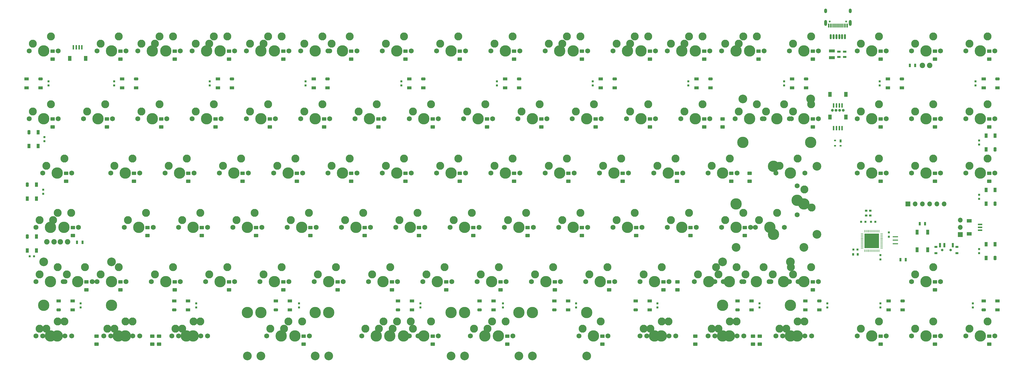
<source format=gbr>
%TF.GenerationSoftware,KiCad,Pcbnew,(6.0.6)*%
%TF.CreationDate,2022-09-06T18:10:04+07:00*%
%TF.ProjectId,solderCurved,736f6c64-6572-4437-9572-7665642e6b69,rev?*%
%TF.SameCoordinates,Original*%
%TF.FileFunction,Soldermask,Bot*%
%TF.FilePolarity,Negative*%
%FSLAX46Y46*%
G04 Gerber Fmt 4.6, Leading zero omitted, Abs format (unit mm)*
G04 Created by KiCad (PCBNEW (6.0.6)) date 2022-09-06 18:10:04*
%MOMM*%
%LPD*%
G01*
G04 APERTURE LIST*
G04 Aperture macros list*
%AMRoundRect*
0 Rectangle with rounded corners*
0 $1 Rounding radius*
0 $2 $3 $4 $5 $6 $7 $8 $9 X,Y pos of 4 corners*
0 Add a 4 corners polygon primitive as box body*
4,1,4,$2,$3,$4,$5,$6,$7,$8,$9,$2,$3,0*
0 Add four circle primitives for the rounded corners*
1,1,$1+$1,$2,$3*
1,1,$1+$1,$4,$5*
1,1,$1+$1,$6,$7*
1,1,$1+$1,$8,$9*
0 Add four rect primitives between the rounded corners*
20,1,$1+$1,$2,$3,$4,$5,0*
20,1,$1+$1,$4,$5,$6,$7,0*
20,1,$1+$1,$6,$7,$8,$9,0*
20,1,$1+$1,$8,$9,$2,$3,0*%
G04 Aperture macros list end*
%ADD10C,1.750000*%
%ADD11C,2.800000*%
%ADD12C,3.987800*%
%ADD13C,3.048000*%
%ADD14C,1.905000*%
%ADD15C,1.000000*%
%ADD16O,1.000000X1.000000*%
%ADD17O,0.700000X1.800000*%
%ADD18C,0.500000*%
%ADD19R,1.700000X1.700000*%
%ADD20O,1.700000X1.700000*%
%ADD21C,0.650000*%
%ADD22O,1.000000X2.100000*%
%ADD23O,1.000000X1.600000*%
%ADD24R,0.700000X1.300000*%
%ADD25R,0.950000X0.800000*%
%ADD26RoundRect,0.240000X0.560000X-0.360000X0.560000X0.360000X-0.560000X0.360000X-0.560000X-0.360000X0*%
%ADD27R,0.700000X1.000000*%
%ADD28R,0.700000X0.600000*%
%ADD29R,1.200000X1.800000*%
%ADD30R,0.600000X1.550000*%
%ADD31R,2.030000X1.140000*%
%ADD32R,1.500000X1.000000*%
%ADD33RoundRect,0.250000X-0.500000X-0.250000X0.500000X-0.250000X0.500000X0.250000X-0.500000X0.250000X0*%
%ADD34RoundRect,0.250000X0.500000X0.250000X-0.500000X0.250000X-0.500000X-0.250000X0.500000X-0.250000X0*%
%ADD35R,1.000000X1.500000*%
%ADD36RoundRect,0.250000X-0.250000X0.500000X-0.250000X-0.500000X0.250000X-0.500000X0.250000X0.500000X0*%
%ADD37RoundRect,0.250000X0.250000X-0.500000X0.250000X0.500000X-0.250000X0.500000X-0.250000X-0.500000X0*%
%ADD38R,0.800000X0.750000*%
%ADD39R,0.750000X0.800000*%
%ADD40R,0.800000X0.950000*%
%ADD41R,1.100000X1.800000*%
%ADD42RoundRect,0.062500X-0.062500X0.375000X-0.062500X-0.375000X0.062500X-0.375000X0.062500X0.375000X0*%
%ADD43RoundRect,0.062500X-0.375000X0.062500X-0.375000X-0.062500X0.375000X-0.062500X0.375000X0.062500X0*%
%ADD44R,5.150000X5.150000*%
%ADD45R,1.900000X0.400000*%
%ADD46R,1.800000X1.200000*%
%ADD47R,1.550000X0.600000*%
%ADD48R,0.600000X1.450000*%
%ADD49R,0.300000X1.450000*%
%ADD50R,1.300000X0.700000*%
%ADD51C,0.900000*%
%ADD52R,1.000000X0.800000*%
%ADD53R,0.700000X1.500000*%
G04 APERTURE END LIST*
D10*
%TO.C,MX1*%
X28892500Y-23812500D03*
D11*
X26352500Y-18732500D03*
D10*
X18732500Y-23812500D03*
D11*
X20002500Y-21272500D03*
D12*
X23812500Y-23812500D03*
%TD*%
D10*
%TO.C,MX9*%
X42545000Y-23812500D03*
D12*
X47625000Y-23812500D03*
D11*
X43815000Y-21272500D03*
D10*
X52705000Y-23812500D03*
D11*
X50165000Y-18732500D03*
%TD*%
%TO.C,MX15*%
X62865000Y-21272500D03*
D12*
X66675000Y-23812500D03*
D10*
X61595000Y-23812500D03*
X71755000Y-23812500D03*
D11*
X69215000Y-18732500D03*
%TD*%
D12*
%TO.C,MX21*%
X85725000Y-23812500D03*
D11*
X88265000Y-18732500D03*
D10*
X80645000Y-23812500D03*
D11*
X81915000Y-21272500D03*
D10*
X90805000Y-23812500D03*
%TD*%
%TO.C,MX26*%
X99695000Y-23812500D03*
X109855000Y-23812500D03*
D11*
X100965000Y-21272500D03*
D12*
X104775000Y-23812500D03*
D11*
X107315000Y-18732500D03*
%TD*%
%TO.C,MX31*%
X124777500Y-21272500D03*
D12*
X128587500Y-23812500D03*
D10*
X133667500Y-23812500D03*
D11*
X131127500Y-18732500D03*
D10*
X123507500Y-23812500D03*
%TD*%
%TO.C,MX36*%
X152717500Y-23812500D03*
D11*
X150177500Y-18732500D03*
D10*
X142557500Y-23812500D03*
D11*
X143827500Y-21272500D03*
D12*
X147637500Y-23812500D03*
%TD*%
D10*
%TO.C,MX41*%
X161607500Y-23812500D03*
D12*
X166687500Y-23812500D03*
D11*
X162877500Y-21272500D03*
X169227500Y-18732500D03*
D10*
X171767500Y-23812500D03*
%TD*%
D11*
%TO.C,MX47*%
X188277500Y-18732500D03*
X181927500Y-21272500D03*
D10*
X190817500Y-23812500D03*
D12*
X185737500Y-23812500D03*
D10*
X180657500Y-23812500D03*
%TD*%
D11*
%TO.C,MX52*%
X205740000Y-21272500D03*
D10*
X204470000Y-23812500D03*
D11*
X212090000Y-18732500D03*
D10*
X214630000Y-23812500D03*
D12*
X209550000Y-23812500D03*
%TD*%
D11*
%TO.C,MX57*%
X231140000Y-18732500D03*
X224790000Y-21272500D03*
D10*
X223520000Y-23812500D03*
X233680000Y-23812500D03*
D12*
X228600000Y-23812500D03*
%TD*%
D11*
%TO.C,MX62*%
X250190000Y-18732500D03*
D12*
X247650000Y-23812500D03*
D11*
X243840000Y-21272500D03*
D10*
X252730000Y-23812500D03*
X242570000Y-23812500D03*
%TD*%
D11*
%TO.C,MX67*%
X262890000Y-21272500D03*
X269240000Y-18732500D03*
D10*
X261620000Y-23812500D03*
X271780000Y-23812500D03*
D12*
X266700000Y-23812500D03*
%TD*%
D11*
%TO.C,MX73*%
X293052500Y-18732500D03*
D12*
X290512500Y-23812500D03*
D11*
X286702500Y-21272500D03*
D10*
X285432500Y-23812500D03*
X295592500Y-23812500D03*
%TD*%
%TO.C,MX84*%
X309245000Y-23812500D03*
D11*
X316865000Y-18732500D03*
D10*
X319405000Y-23812500D03*
D12*
X314325000Y-23812500D03*
D11*
X310515000Y-21272500D03*
%TD*%
D10*
%TO.C,MX88*%
X328295000Y-23812500D03*
D11*
X329565000Y-21272500D03*
D12*
X333375000Y-23812500D03*
D10*
X338455000Y-23812500D03*
D11*
X335915000Y-18732500D03*
%TD*%
%TO.C,MX93*%
X348615000Y-21272500D03*
D12*
X352425000Y-23812500D03*
D10*
X357505000Y-23812500D03*
X347345000Y-23812500D03*
D11*
X354965000Y-18732500D03*
%TD*%
D10*
%TO.C,MX2*%
X18732500Y-47625000D03*
D12*
X23812500Y-47625000D03*
D10*
X28892500Y-47625000D03*
D11*
X26352500Y-42545000D03*
X20002500Y-45085000D03*
%TD*%
D10*
%TO.C,MX10*%
X37782500Y-47625000D03*
X47942500Y-47625000D03*
D12*
X42862500Y-47625000D03*
D11*
X45402500Y-42545000D03*
X39052500Y-45085000D03*
%TD*%
D12*
%TO.C,MX16*%
X61912500Y-47625000D03*
D11*
X58102500Y-45085000D03*
D10*
X56832500Y-47625000D03*
X66992500Y-47625000D03*
D11*
X64452500Y-42545000D03*
%TD*%
%TO.C,MX22*%
X77152500Y-45085000D03*
X83502500Y-42545000D03*
D10*
X86042500Y-47625000D03*
X75882500Y-47625000D03*
D12*
X80962500Y-47625000D03*
%TD*%
%TO.C,MX27*%
X100012500Y-47625000D03*
D11*
X96202500Y-45085000D03*
D10*
X105092500Y-47625000D03*
D11*
X102552500Y-42545000D03*
D10*
X94932500Y-47625000D03*
%TD*%
%TO.C,MX32*%
X113982500Y-47625000D03*
X124142500Y-47625000D03*
D12*
X119062500Y-47625000D03*
D11*
X115252500Y-45085000D03*
X121602500Y-42545000D03*
%TD*%
D10*
%TO.C,MX37*%
X143192500Y-47625000D03*
D12*
X138112500Y-47625000D03*
D11*
X134302500Y-45085000D03*
X140652500Y-42545000D03*
D10*
X133032500Y-47625000D03*
%TD*%
%TO.C,MX42*%
X162242500Y-47625000D03*
X152082500Y-47625000D03*
D12*
X157162500Y-47625000D03*
D11*
X153352500Y-45085000D03*
X159702500Y-42545000D03*
%TD*%
%TO.C,MX48*%
X178752500Y-42545000D03*
D10*
X181292500Y-47625000D03*
X171132500Y-47625000D03*
D12*
X176212500Y-47625000D03*
D11*
X172402500Y-45085000D03*
%TD*%
D10*
%TO.C,MX53*%
X200342500Y-47625000D03*
D11*
X191452500Y-45085000D03*
D12*
X195262500Y-47625000D03*
D10*
X190182500Y-47625000D03*
D11*
X197802500Y-42545000D03*
%TD*%
%TO.C,MX58*%
X216852500Y-42545000D03*
D10*
X219392500Y-47625000D03*
D12*
X214312500Y-47625000D03*
D10*
X209232500Y-47625000D03*
D11*
X210502500Y-45085000D03*
%TD*%
D12*
%TO.C,MX63*%
X233362500Y-47625000D03*
D11*
X235902500Y-42545000D03*
D10*
X238442500Y-47625000D03*
X228282500Y-47625000D03*
D11*
X229552500Y-45085000D03*
%TD*%
D10*
%TO.C,MX68*%
X247332500Y-47625000D03*
D11*
X254952500Y-42545000D03*
D10*
X257492500Y-47625000D03*
D11*
X248602500Y-45085000D03*
D12*
X252412500Y-47625000D03*
%TD*%
D10*
%TO.C,MX74*%
X276542500Y-47625000D03*
D11*
X267652500Y-45085000D03*
D10*
X266382500Y-47625000D03*
D11*
X274002500Y-42545000D03*
D12*
X271462500Y-47625000D03*
%TD*%
%TO.C,MX82*%
X290512500Y-47625000D03*
D11*
X293052500Y-42545000D03*
D10*
X285432500Y-47625000D03*
D11*
X286702500Y-45085000D03*
D10*
X295592500Y-47625000D03*
%TD*%
D12*
%TO.C,MX85*%
X314325000Y-47625000D03*
D11*
X316865000Y-42545000D03*
D10*
X309245000Y-47625000D03*
X319405000Y-47625000D03*
D11*
X310515000Y-45085000D03*
%TD*%
%TO.C,MX89*%
X335915000Y-42545000D03*
X329565000Y-45085000D03*
D10*
X328295000Y-47625000D03*
D12*
X333375000Y-47625000D03*
D10*
X338455000Y-47625000D03*
%TD*%
D12*
%TO.C,MX94*%
X352425000Y-47625000D03*
D11*
X348615000Y-45085000D03*
D10*
X357505000Y-47625000D03*
D11*
X354965000Y-42545000D03*
D10*
X347345000Y-47625000D03*
%TD*%
%TO.C,MX3*%
X33655000Y-66675000D03*
D11*
X24765000Y-64135000D03*
D12*
X28575000Y-66675000D03*
D10*
X23495000Y-66675000D03*
D11*
X31115000Y-61595000D03*
%TD*%
%TO.C,MX11*%
X48577500Y-64135000D03*
D10*
X57467500Y-66675000D03*
D11*
X54927500Y-61595000D03*
D10*
X47307500Y-66675000D03*
D12*
X52387500Y-66675000D03*
%TD*%
%TO.C,MX17*%
X71437500Y-66675000D03*
D10*
X76517500Y-66675000D03*
D11*
X67627500Y-64135000D03*
D10*
X66357500Y-66675000D03*
D11*
X73977500Y-61595000D03*
%TD*%
D12*
%TO.C,MX23*%
X90487500Y-66675000D03*
D11*
X86677500Y-64135000D03*
D10*
X85407500Y-66675000D03*
X95567500Y-66675000D03*
D11*
X93027500Y-61595000D03*
%TD*%
%TO.C,MX28*%
X112077500Y-61595000D03*
X105727500Y-64135000D03*
D10*
X114617500Y-66675000D03*
D12*
X109537500Y-66675000D03*
D10*
X104457500Y-66675000D03*
%TD*%
%TO.C,MX33*%
X123507500Y-66675000D03*
D11*
X124777500Y-64135000D03*
D12*
X128587500Y-66675000D03*
D11*
X131127500Y-61595000D03*
D10*
X133667500Y-66675000D03*
%TD*%
D12*
%TO.C,MX38*%
X147637500Y-66675000D03*
D11*
X143827500Y-64135000D03*
D10*
X152717500Y-66675000D03*
X142557500Y-66675000D03*
D11*
X150177500Y-61595000D03*
%TD*%
D12*
%TO.C,MX43*%
X166687500Y-66675000D03*
D11*
X169227500Y-61595000D03*
X162877500Y-64135000D03*
D10*
X161607500Y-66675000D03*
X171767500Y-66675000D03*
%TD*%
D11*
%TO.C,MX49*%
X188277500Y-61595000D03*
D10*
X180657500Y-66675000D03*
D12*
X185737500Y-66675000D03*
D10*
X190817500Y-66675000D03*
D11*
X181927500Y-64135000D03*
%TD*%
%TO.C,MX54*%
X200977500Y-64135000D03*
D10*
X199707500Y-66675000D03*
X209867500Y-66675000D03*
D12*
X204787500Y-66675000D03*
D11*
X207327500Y-61595000D03*
%TD*%
%TO.C,MX59*%
X220027500Y-64135000D03*
D12*
X223837500Y-66675000D03*
D10*
X218757500Y-66675000D03*
D11*
X226377500Y-61595000D03*
D10*
X228917500Y-66675000D03*
%TD*%
%TO.C,MX64*%
X237807500Y-66675000D03*
X247967500Y-66675000D03*
D11*
X245427500Y-61595000D03*
D12*
X242887500Y-66675000D03*
D11*
X239077500Y-64135000D03*
%TD*%
%TO.C,MX69*%
X264477500Y-61595000D03*
D10*
X256857500Y-66675000D03*
D11*
X258127500Y-64135000D03*
D12*
X261937500Y-66675000D03*
D10*
X267017500Y-66675000D03*
%TD*%
D11*
%TO.C,MX8*%
X33496250Y-80645000D03*
D10*
X25876250Y-85725000D03*
D11*
X27146250Y-83185000D03*
D10*
X36036250Y-85725000D03*
D12*
X30956250Y-85725000D03*
%TD*%
D10*
%TO.C,MX12*%
X52070000Y-85725000D03*
D12*
X57150000Y-85725000D03*
D10*
X62230000Y-85725000D03*
D11*
X53340000Y-83185000D03*
X59690000Y-80645000D03*
%TD*%
D10*
%TO.C,MX18*%
X71120000Y-85725000D03*
D12*
X76200000Y-85725000D03*
D11*
X78740000Y-80645000D03*
X72390000Y-83185000D03*
D10*
X81280000Y-85725000D03*
%TD*%
D11*
%TO.C,MX24*%
X91440000Y-83185000D03*
D10*
X100330000Y-85725000D03*
D12*
X95250000Y-85725000D03*
D10*
X90170000Y-85725000D03*
D11*
X97790000Y-80645000D03*
%TD*%
D10*
%TO.C,MX29*%
X109220000Y-85725000D03*
X119380000Y-85725000D03*
D11*
X110490000Y-83185000D03*
D12*
X114300000Y-85725000D03*
D11*
X116840000Y-80645000D03*
%TD*%
D12*
%TO.C,MX34*%
X133350000Y-85725000D03*
D11*
X135890000Y-80645000D03*
D10*
X128270000Y-85725000D03*
D11*
X129540000Y-83185000D03*
D10*
X138430000Y-85725000D03*
%TD*%
D11*
%TO.C,MX39*%
X148590000Y-83185000D03*
D10*
X157480000Y-85725000D03*
X147320000Y-85725000D03*
D11*
X154940000Y-80645000D03*
D12*
X152400000Y-85725000D03*
%TD*%
D10*
%TO.C,MX44*%
X176530000Y-85725000D03*
X166370000Y-85725000D03*
D12*
X171450000Y-85725000D03*
D11*
X167640000Y-83185000D03*
X173990000Y-80645000D03*
%TD*%
D10*
%TO.C,MX50*%
X195580000Y-85725000D03*
D11*
X186690000Y-83185000D03*
D12*
X190500000Y-85725000D03*
D11*
X193040000Y-80645000D03*
D10*
X185420000Y-85725000D03*
%TD*%
D11*
%TO.C,MX55*%
X205740000Y-83185000D03*
D10*
X214630000Y-85725000D03*
D12*
X209550000Y-85725000D03*
D10*
X204470000Y-85725000D03*
D11*
X212090000Y-80645000D03*
%TD*%
%TO.C,MX60*%
X224790000Y-83185000D03*
D10*
X223520000Y-85725000D03*
X233680000Y-85725000D03*
D11*
X231140000Y-80645000D03*
D12*
X228600000Y-85725000D03*
%TD*%
D10*
%TO.C,MX65*%
X252730000Y-85725000D03*
D11*
X250190000Y-80645000D03*
X243840000Y-83185000D03*
D12*
X247650000Y-85725000D03*
D10*
X242570000Y-85725000D03*
%TD*%
D11*
%TO.C,MX5*%
X22383750Y-102235000D03*
D10*
X21113750Y-104775000D03*
D11*
X28733750Y-99695000D03*
D12*
X26193750Y-104775000D03*
D10*
X31273750Y-104775000D03*
%TD*%
D11*
%TO.C,MX13*%
X43815000Y-102235000D03*
D10*
X42545000Y-104775000D03*
D12*
X47625000Y-104775000D03*
D11*
X50165000Y-99695000D03*
D10*
X52705000Y-104775000D03*
%TD*%
D11*
%TO.C,MX19*%
X69215000Y-99695000D03*
D12*
X66675000Y-104775000D03*
D10*
X61595000Y-104775000D03*
D11*
X62865000Y-102235000D03*
D10*
X71755000Y-104775000D03*
%TD*%
D12*
%TO.C,MX25*%
X85725000Y-104775000D03*
D10*
X90805000Y-104775000D03*
D11*
X81915000Y-102235000D03*
X88265000Y-99695000D03*
D10*
X80645000Y-104775000D03*
%TD*%
D12*
%TO.C,MX30*%
X104775000Y-104775000D03*
D11*
X107315000Y-99695000D03*
D10*
X109855000Y-104775000D03*
D11*
X100965000Y-102235000D03*
D10*
X99695000Y-104775000D03*
%TD*%
D11*
%TO.C,MX35*%
X120015000Y-102235000D03*
D10*
X118745000Y-104775000D03*
D11*
X126365000Y-99695000D03*
D12*
X123825000Y-104775000D03*
D10*
X128905000Y-104775000D03*
%TD*%
D12*
%TO.C,MX40*%
X142875000Y-104775000D03*
D11*
X139065000Y-102235000D03*
X145415000Y-99695000D03*
D10*
X147955000Y-104775000D03*
X137795000Y-104775000D03*
%TD*%
D11*
%TO.C,MX45*%
X164465000Y-99695000D03*
D12*
X161925000Y-104775000D03*
D10*
X156845000Y-104775000D03*
X167005000Y-104775000D03*
D11*
X158115000Y-102235000D03*
%TD*%
D10*
%TO.C,MX51*%
X175895000Y-104775000D03*
D11*
X183515000Y-99695000D03*
X177165000Y-102235000D03*
D12*
X180975000Y-104775000D03*
D10*
X186055000Y-104775000D03*
%TD*%
%TO.C,MX56*%
X205105000Y-104775000D03*
D11*
X196215000Y-102235000D03*
D10*
X194945000Y-104775000D03*
D12*
X200025000Y-104775000D03*
D11*
X202565000Y-99695000D03*
%TD*%
%TO.C,MX61*%
X221615000Y-99695000D03*
X215265000Y-102235000D03*
D12*
X219075000Y-104775000D03*
D10*
X224155000Y-104775000D03*
X213995000Y-104775000D03*
%TD*%
%TO.C,MX66*%
X243205000Y-104775000D03*
D11*
X234315000Y-102235000D03*
X240665000Y-99695000D03*
D12*
X238125000Y-104775000D03*
D10*
X233045000Y-104775000D03*
%TD*%
D11*
%TO.C,MX70*%
X260508750Y-102235000D03*
D10*
X269398750Y-104775000D03*
D12*
X264318750Y-104775000D03*
D11*
X266858750Y-99695000D03*
D10*
X259238750Y-104775000D03*
%TD*%
%TO.C,MX78*%
X295592500Y-104775000D03*
D12*
X290512500Y-104775000D03*
D11*
X286702500Y-102235000D03*
X293052500Y-99695000D03*
D10*
X285432500Y-104775000D03*
%TD*%
%TO.C,MX91*%
X328295000Y-104775000D03*
D11*
X329565000Y-102235000D03*
D12*
X333375000Y-104775000D03*
D11*
X335915000Y-99695000D03*
D10*
X338455000Y-104775000D03*
%TD*%
D11*
%TO.C,MX7*%
X31115000Y-118745000D03*
D10*
X23495000Y-123825000D03*
D11*
X24765000Y-121285000D03*
D10*
X33655000Y-123825000D03*
D12*
X28575000Y-123825000D03*
%TD*%
D10*
%TO.C,MX14*%
X47307500Y-123825000D03*
X57467500Y-123825000D03*
D11*
X54927500Y-118745000D03*
D12*
X52387500Y-123825000D03*
D11*
X48577500Y-121285000D03*
%TD*%
D13*
%TO.C,MX46*%
X100012500Y-130810000D03*
D10*
X152082500Y-123825000D03*
D12*
X157162500Y-123825000D03*
D10*
X162242500Y-123825000D03*
D13*
X214312500Y-130810000D03*
D12*
X100012500Y-115570000D03*
D11*
X159702500Y-118745000D03*
D12*
X214312500Y-115570000D03*
D11*
X153352500Y-121285000D03*
%TD*%
D10*
%TO.C,MX87*%
X319405000Y-123825000D03*
D12*
X314325000Y-123825000D03*
D11*
X310515000Y-121285000D03*
X316865000Y-118745000D03*
D10*
X309245000Y-123825000D03*
%TD*%
%TO.C,MX92*%
X328295000Y-123825000D03*
X338455000Y-123825000D03*
D11*
X329565000Y-121285000D03*
X335915000Y-118745000D03*
D12*
X333375000Y-123825000D03*
%TD*%
D11*
%TO.C,MX96*%
X354965000Y-118745000D03*
D10*
X357505000Y-123825000D03*
X347345000Y-123825000D03*
D11*
X348615000Y-121285000D03*
D12*
X352425000Y-123825000D03*
%TD*%
D10*
%TO.C,MX20*%
X71120000Y-123825000D03*
D11*
X72390000Y-121285000D03*
X78740000Y-118745000D03*
D10*
X81280000Y-123825000D03*
D12*
X76200000Y-123825000D03*
%TD*%
D10*
%TO.C,MX72*%
X243205000Y-123825000D03*
X233045000Y-123825000D03*
D11*
X240665000Y-118745000D03*
X234315000Y-121285000D03*
D12*
X238125000Y-123825000D03*
%TD*%
%TO.C,MX79*%
X261937500Y-123825000D03*
D11*
X258127500Y-121285000D03*
D10*
X256857500Y-123825000D03*
D11*
X264477500Y-118745000D03*
D10*
X267017500Y-123825000D03*
%TD*%
%TO.C,MX83*%
X290830000Y-123825000D03*
X280670000Y-123825000D03*
D11*
X288290000Y-118745000D03*
X281940000Y-121285000D03*
D12*
X285750000Y-123825000D03*
%TD*%
D10*
%TO.C,MX77*%
X283686250Y-85725000D03*
D13*
X290512500Y-92710000D03*
D11*
X281146250Y-80645000D03*
D13*
X266700000Y-92710000D03*
D12*
X290512500Y-77470000D03*
D10*
X273526250Y-85725000D03*
D11*
X274796250Y-83185000D03*
D12*
X266700000Y-77470000D03*
X278606250Y-85725000D03*
%TD*%
%TO.C,MX86*%
X314325000Y-66675000D03*
D10*
X319405000Y-66675000D03*
D11*
X310515000Y-64135000D03*
D10*
X309245000Y-66675000D03*
D11*
X316865000Y-61595000D03*
%TD*%
%TO.C,MX90*%
X335915000Y-61595000D03*
D10*
X328295000Y-66675000D03*
D11*
X329565000Y-64135000D03*
D12*
X333375000Y-66675000D03*
D10*
X338455000Y-66675000D03*
%TD*%
%TO.C,MX95*%
X347345000Y-66675000D03*
X357505000Y-66675000D03*
D11*
X348615000Y-64135000D03*
D12*
X352425000Y-66675000D03*
D11*
X354965000Y-61595000D03*
%TD*%
D14*
%TO.C,LED2*%
X27463772Y-90805072D03*
X24923772Y-90805072D03*
%TD*%
%TO.C,LED3*%
X29686250Y-90805000D03*
X32226250Y-90805000D03*
%TD*%
D10*
%TO.C,MX80*%
X280670000Y-66675000D03*
D12*
X285750000Y-66675000D03*
D11*
X288290000Y-61595000D03*
D10*
X290830000Y-66675000D03*
D11*
X281940000Y-64135000D03*
%TD*%
D13*
%TO.C,MX75*%
X269081250Y-40640000D03*
D10*
X286067500Y-47625000D03*
D12*
X292893750Y-55880000D03*
D11*
X283527500Y-42545000D03*
D10*
X275907500Y-47625000D03*
D12*
X280987500Y-47625000D03*
D11*
X277177500Y-45085000D03*
D12*
X269081250Y-55880000D03*
D13*
X292893750Y-40640000D03*
%TD*%
D12*
%TO.C,MX71*%
X261937500Y-113030000D03*
D11*
X276383750Y-99695000D03*
X270033750Y-102235000D03*
D10*
X268763750Y-104775000D03*
D13*
X261937500Y-97790000D03*
D12*
X285750000Y-113030000D03*
X273843750Y-104775000D03*
D13*
X285750000Y-97790000D03*
D10*
X278923750Y-104775000D03*
%TD*%
%TO.C,MX6*%
X40798750Y-104775000D03*
D11*
X38258750Y-99695000D03*
D10*
X30638750Y-104775000D03*
D11*
X31908750Y-102235000D03*
D13*
X47625000Y-97790000D03*
D12*
X47625000Y-113030000D03*
X23812500Y-113030000D03*
D13*
X23812500Y-97790000D03*
D12*
X35718750Y-104775000D03*
%TD*%
%TO.C,MX4*%
X26193772Y-85725072D03*
D10*
X31273772Y-85725072D03*
X21113772Y-85725072D03*
D11*
X22383772Y-83185072D03*
X28733772Y-80645072D03*
%TD*%
D13*
%TO.C,MX81*%
X295116492Y-88138064D03*
D11*
X290671492Y-72390064D03*
X293211492Y-78740064D03*
D12*
X288131492Y-76200064D03*
X279876492Y-88138064D03*
D13*
X295116492Y-64262064D03*
D10*
X288131492Y-81280064D03*
X288131492Y-71120064D03*
D12*
X279876492Y-64262064D03*
%TD*%
%TO.C,MX76*%
X266700224Y-85725072D03*
D11*
X269240224Y-80645072D03*
D10*
X261620224Y-85725072D03*
D11*
X262890224Y-83185072D03*
D10*
X271780224Y-85725072D03*
%TD*%
D14*
%TO.C,LED1*%
X332105000Y-28892500D03*
X334645000Y-28892500D03*
%TD*%
D15*
%TO.C,J5*%
X300514218Y-44662510D03*
D16*
X301784218Y-44662510D03*
X303054218Y-44662510D03*
X304324218Y-44662510D03*
%TD*%
D10*
%TO.C,MX105*%
X228282500Y-23812500D03*
D11*
X235902500Y-18732500D03*
D10*
X238442500Y-23812500D03*
D12*
X233362500Y-23812500D03*
D11*
X229552500Y-21272500D03*
%TD*%
%TO.C,MX107*%
X267652500Y-21272500D03*
D12*
X271462500Y-23812500D03*
D11*
X274002500Y-18732500D03*
D10*
X276542500Y-23812500D03*
X266382500Y-23812500D03*
%TD*%
D11*
%TO.C,MX106*%
X254952500Y-18732500D03*
X248602500Y-21272500D03*
D12*
X252412500Y-23812500D03*
D10*
X257492500Y-23812500D03*
X247332500Y-23812500D03*
%TD*%
D11*
%TO.C,MX104*%
X207327500Y-18732500D03*
D10*
X199707500Y-23812500D03*
X209867500Y-23812500D03*
D11*
X200977500Y-21272500D03*
D12*
X204787500Y-23812500D03*
%TD*%
D11*
%TO.C,MX99*%
X96202500Y-21272500D03*
X102552500Y-18732500D03*
D10*
X105092500Y-23812500D03*
X94932500Y-23812500D03*
D12*
X100012500Y-23812500D03*
%TD*%
D11*
%TO.C,MX100*%
X115252500Y-21272500D03*
D10*
X124142500Y-23812500D03*
D12*
X119062500Y-23812500D03*
D10*
X113982500Y-23812500D03*
D11*
X121602500Y-18732500D03*
%TD*%
D12*
%TO.C,MX98*%
X80962500Y-23812500D03*
D11*
X77152500Y-21272500D03*
D10*
X86042500Y-23812500D03*
D11*
X83502500Y-18732500D03*
D10*
X75882500Y-23812500D03*
%TD*%
D12*
%TO.C,MX97*%
X61912500Y-23812500D03*
D10*
X66992500Y-23812500D03*
X56832500Y-23812500D03*
D11*
X58102500Y-21272500D03*
X64452500Y-18732500D03*
%TD*%
D17*
%TO.C,J8*%
X299919218Y-18812510D03*
D18*
X299919218Y-19412510D03*
X299919218Y-18212510D03*
D17*
X300919218Y-18812510D03*
D18*
X300919218Y-18212510D03*
X300919218Y-19412510D03*
X301919218Y-18212510D03*
D17*
X301919218Y-18812510D03*
D18*
X301919218Y-19412510D03*
D17*
X302919218Y-18812510D03*
D18*
X302919218Y-19412510D03*
X302919218Y-18212510D03*
X303919218Y-18212510D03*
X303919218Y-19412510D03*
D17*
X303919218Y-18812510D03*
D18*
X304919218Y-19412510D03*
D17*
X304919218Y-18812510D03*
D18*
X304919218Y-18212510D03*
%TD*%
D11*
%TO.C,MX119*%
X285908724Y-99695048D03*
X279558724Y-102235048D03*
D10*
X288448724Y-104775048D03*
X278288724Y-104775048D03*
D12*
X283368724Y-104775048D03*
%TD*%
D11*
%TO.C,MX120*%
X253364952Y-102235048D03*
X259714952Y-99695048D03*
D12*
X257174952Y-104775048D03*
D10*
X252094952Y-104775048D03*
X262254952Y-104775048D03*
%TD*%
D11*
%TO.C,MX101*%
X22383772Y-121285072D03*
D10*
X21113772Y-123825072D03*
D12*
X26193772Y-123825072D03*
D10*
X31273772Y-123825072D03*
D11*
X28733772Y-118745072D03*
%TD*%
D12*
%TO.C,MX102*%
X50006272Y-123825072D03*
D10*
X55086272Y-123825072D03*
D11*
X46196272Y-121285072D03*
D10*
X44926272Y-123825072D03*
D11*
X52546272Y-118745072D03*
%TD*%
%TO.C,MX103*%
X70008772Y-121285072D03*
D10*
X68738772Y-123825072D03*
D11*
X76358772Y-118745072D03*
D12*
X73818772Y-123825072D03*
D10*
X78898772Y-123825072D03*
%TD*%
D12*
%TO.C,MX108*%
X145256272Y-123825072D03*
D10*
X140176272Y-123825072D03*
D11*
X141446272Y-121285072D03*
D13*
X95256372Y-130810072D03*
D12*
X195256172Y-115570072D03*
D11*
X147796272Y-118745072D03*
D13*
X195256172Y-130810072D03*
D10*
X150336272Y-123825072D03*
D12*
X95256372Y-115570072D03*
%TD*%
D11*
%TO.C,MX109*%
X143033772Y-118745072D03*
D10*
X135413772Y-123825072D03*
D11*
X136683772Y-121285072D03*
D12*
X140493772Y-123825072D03*
D10*
X145573772Y-123825072D03*
%TD*%
D13*
%TO.C,MX110*%
X100012522Y-130810072D03*
D11*
X108108772Y-121285072D03*
D12*
X111918772Y-123825072D03*
X123825022Y-115570072D03*
D10*
X116998772Y-123825072D03*
D12*
X100012522Y-115570072D03*
D10*
X106838772Y-123825072D03*
D13*
X123825022Y-130810072D03*
D11*
X114458772Y-118745072D03*
%TD*%
D10*
%TO.C,MX111*%
X102076272Y-123825072D03*
D12*
X95250022Y-115570072D03*
D11*
X103346272Y-121285072D03*
D12*
X119062522Y-115570072D03*
D10*
X112236272Y-123825072D03*
D12*
X107156272Y-123825072D03*
D13*
X95250022Y-130810072D03*
D11*
X109696272Y-118745072D03*
D13*
X119062522Y-130810072D03*
%TD*%
D10*
%TO.C,MX112*%
X144938772Y-123825072D03*
D11*
X152558772Y-118745072D03*
D10*
X155098772Y-123825072D03*
D11*
X146208772Y-121285072D03*
D12*
X150018772Y-123825072D03*
%TD*%
D13*
%TO.C,MX113*%
X171450022Y-130810072D03*
D11*
X185896272Y-118745072D03*
D10*
X178276272Y-123825072D03*
D13*
X195262522Y-130810072D03*
D12*
X171450022Y-115570072D03*
X183356272Y-123825072D03*
X195262522Y-115570072D03*
D11*
X179546272Y-121285072D03*
D10*
X188436272Y-123825072D03*
%TD*%
D12*
%TO.C,MX114*%
X166687522Y-115570072D03*
D11*
X181133772Y-118745072D03*
D13*
X166687522Y-130810072D03*
D12*
X178593772Y-123825072D03*
D13*
X190500022Y-130810072D03*
D10*
X173513772Y-123825072D03*
D11*
X174783772Y-121285072D03*
D12*
X190500022Y-115570072D03*
D10*
X183673772Y-123825072D03*
%TD*%
D11*
%TO.C,MX115*%
X219233772Y-118745072D03*
X212883772Y-121285072D03*
D12*
X216693772Y-123825072D03*
D10*
X221773772Y-123825072D03*
X211613772Y-123825072D03*
%TD*%
%TO.C,MX116*%
X235426272Y-123825072D03*
D11*
X236696272Y-121285072D03*
X243046272Y-118745072D03*
D12*
X240506272Y-123825072D03*
D10*
X245586272Y-123825072D03*
%TD*%
D11*
%TO.C,MX117*%
X260508772Y-121285072D03*
D10*
X259238772Y-123825072D03*
D12*
X264318772Y-123825072D03*
D10*
X269398772Y-123825072D03*
D11*
X266858772Y-118745072D03*
%TD*%
%TO.C,MX118*%
X290671272Y-118745072D03*
D12*
X288131272Y-123825072D03*
D10*
X293211272Y-123825072D03*
X283051272Y-123825072D03*
D11*
X284321272Y-121285072D03*
%TD*%
D19*
%TO.C,J4*%
X345400000Y-88265000D03*
D20*
X345400000Y-85725000D03*
X345400000Y-83185000D03*
%TD*%
D19*
%TO.C,J10*%
X327025000Y-77470000D03*
D20*
X329565000Y-77470000D03*
X332105000Y-77470000D03*
X334645000Y-77470000D03*
X337185000Y-77470000D03*
X339725000Y-77470000D03*
%TD*%
D21*
%TO.C,USB2*%
X299545995Y-13459598D03*
X305325995Y-13459598D03*
D22*
X306755995Y-13989598D03*
D23*
X306755995Y-9809598D03*
X298115995Y-9809598D03*
D22*
X298115995Y-13989598D03*
%TD*%
D24*
%TO.C,R3*%
X35512500Y-90962500D03*
X37412500Y-90962500D03*
%TD*%
D25*
%TO.C,R4*%
X313825000Y-81562500D03*
X313825000Y-79912500D03*
%TD*%
D26*
%TO.C,D2*%
X26911500Y-50525000D03*
X26911500Y-47725000D03*
%TD*%
%TO.C,D3*%
X31674000Y-69575000D03*
X31674000Y-66775000D03*
%TD*%
%TO.C,D4*%
X34055250Y-88625000D03*
X34055250Y-85825000D03*
%TD*%
%TO.C,D5*%
X38817750Y-107675000D03*
X38817750Y-104875000D03*
%TD*%
%TO.C,D6*%
X42389625Y-126725000D03*
X42389625Y-123925000D03*
%TD*%
%TO.C,D7*%
X50724000Y-26712500D03*
X50724000Y-23912500D03*
%TD*%
%TO.C,D8*%
X45961500Y-50525000D03*
X45961500Y-47725000D03*
%TD*%
%TO.C,D9*%
X55486500Y-69575000D03*
X55486500Y-66775000D03*
%TD*%
%TO.C,D10*%
X60249000Y-88625000D03*
X60249000Y-85825000D03*
%TD*%
%TO.C,D11*%
X50724000Y-107675000D03*
X50724000Y-104875000D03*
%TD*%
%TO.C,D12*%
X61912553Y-126725000D03*
X61912553Y-123925000D03*
%TD*%
%TO.C,D13*%
X69774000Y-26712500D03*
X69774000Y-23912500D03*
%TD*%
%TO.C,D14*%
X65011500Y-50525000D03*
X65011500Y-47725000D03*
%TD*%
%TO.C,D15*%
X74536500Y-69575000D03*
X74536500Y-66775000D03*
%TD*%
%TO.C,D16*%
X79299000Y-88625000D03*
X79299000Y-85825000D03*
%TD*%
%TO.C,D17*%
X69774000Y-107675000D03*
X69774000Y-104875000D03*
%TD*%
%TO.C,D18*%
X64293805Y-126725000D03*
X64293805Y-123925000D03*
%TD*%
%TO.C,D19*%
X88824000Y-26712500D03*
X88824000Y-23912500D03*
%TD*%
%TO.C,D20*%
X84061500Y-50525000D03*
X84061500Y-47725000D03*
%TD*%
%TO.C,D21*%
X93586500Y-69575000D03*
X93586500Y-66775000D03*
%TD*%
%TO.C,D22*%
X98349000Y-88625000D03*
X98349000Y-85825000D03*
%TD*%
%TO.C,D23*%
X88824000Y-107675000D03*
X88824000Y-104875000D03*
%TD*%
%TO.C,D24*%
X107874000Y-26712500D03*
X107874000Y-23912500D03*
%TD*%
%TO.C,D25*%
X103111500Y-50525000D03*
X103111500Y-47725000D03*
%TD*%
%TO.C,D26*%
X112636500Y-69575000D03*
X112636500Y-66775000D03*
%TD*%
%TO.C,D27*%
X117399000Y-88625000D03*
X117399000Y-85825000D03*
%TD*%
%TO.C,D28*%
X107874000Y-107675000D03*
X107874000Y-104875000D03*
%TD*%
%TO.C,D29*%
X131686500Y-26712500D03*
X131686500Y-23912500D03*
%TD*%
%TO.C,D30*%
X122161500Y-50525000D03*
X122161500Y-47725000D03*
%TD*%
%TO.C,D31*%
X131686500Y-69575000D03*
X131686500Y-66775000D03*
%TD*%
%TO.C,D32*%
X136449000Y-88625000D03*
X136449000Y-85825000D03*
%TD*%
%TO.C,D33*%
X126924000Y-107675000D03*
X126924000Y-104875000D03*
%TD*%
%TO.C,D34*%
X150736500Y-26712500D03*
X150736500Y-23912500D03*
%TD*%
%TO.C,D35*%
X141211500Y-50525000D03*
X141211500Y-47725000D03*
%TD*%
%TO.C,D36*%
X150736500Y-69575000D03*
X150736500Y-66775000D03*
%TD*%
%TO.C,D37*%
X155499000Y-88625000D03*
X155499000Y-85825000D03*
%TD*%
%TO.C,D38*%
X145974000Y-107675000D03*
X145974000Y-104875000D03*
%TD*%
%TO.C,D39*%
X169786500Y-26712500D03*
X169786500Y-23912500D03*
%TD*%
%TO.C,D40*%
X160261500Y-50525000D03*
X160261500Y-47725000D03*
%TD*%
%TO.C,D41*%
X169786500Y-69575000D03*
X169786500Y-66775000D03*
%TD*%
%TO.C,D42*%
X174549000Y-88625000D03*
X174549000Y-85825000D03*
%TD*%
%TO.C,D43*%
X165024000Y-107675000D03*
X165024000Y-104875000D03*
%TD*%
%TO.C,D44*%
X160261500Y-126725000D03*
X160261500Y-123925000D03*
%TD*%
%TO.C,D45*%
X188836500Y-26712500D03*
X188836500Y-23912500D03*
%TD*%
%TO.C,D46*%
X179311500Y-50525000D03*
X179311500Y-47725000D03*
%TD*%
%TO.C,D47*%
X188836500Y-69575000D03*
X188836500Y-66775000D03*
%TD*%
%TO.C,D48*%
X193599000Y-88625000D03*
X193599000Y-85825000D03*
%TD*%
%TO.C,D49*%
X184074000Y-107675000D03*
X184074000Y-104875000D03*
%TD*%
%TO.C,D50*%
X212649000Y-26712500D03*
X212649000Y-23912500D03*
%TD*%
%TO.C,D51*%
X198361500Y-50525000D03*
X198361500Y-47725000D03*
%TD*%
%TO.C,D53*%
X212649000Y-88625000D03*
X212649000Y-85825000D03*
%TD*%
%TO.C,D54*%
X203124000Y-107675000D03*
X203124000Y-104875000D03*
%TD*%
%TO.C,D55*%
X236461500Y-26712500D03*
X236461500Y-23912500D03*
%TD*%
%TO.C,D56*%
X217411500Y-50525000D03*
X217411500Y-47725000D03*
%TD*%
%TO.C,D57*%
X226936500Y-69575000D03*
X226936500Y-66775000D03*
%TD*%
%TO.C,D58*%
X231699000Y-88625000D03*
X231699000Y-85825000D03*
%TD*%
%TO.C,D59*%
X222174000Y-107675000D03*
X222174000Y-104875000D03*
%TD*%
%TO.C,D60*%
X255511500Y-26712500D03*
X255511500Y-23912500D03*
%TD*%
%TO.C,D62*%
X245986500Y-69575000D03*
X245986500Y-66775000D03*
%TD*%
%TO.C,D63*%
X250749000Y-88625000D03*
X250749000Y-85825000D03*
%TD*%
%TO.C,D65*%
X274561500Y-26712500D03*
X274561500Y-23912500D03*
%TD*%
%TO.C,D66*%
X255511500Y-50525000D03*
X255511500Y-47725000D03*
%TD*%
%TO.C,D67*%
X265036500Y-69575000D03*
X265036500Y-66775000D03*
%TD*%
%TO.C,D70*%
X293611500Y-26712500D03*
X293611500Y-23912500D03*
%TD*%
%TO.C,D71*%
X261937500Y-50525000D03*
X261937500Y-47725000D03*
%TD*%
%TO.C,D72*%
X271462838Y-69575000D03*
X271462838Y-66775000D03*
%TD*%
%TO.C,D73*%
X269799000Y-88625000D03*
X269799000Y-85825000D03*
%TD*%
%TO.C,D75*%
X272653354Y-126725000D03*
X272653354Y-123925000D03*
%TD*%
%TO.C,D76*%
X293611500Y-50525000D03*
X293611500Y-47725000D03*
%TD*%
%TO.C,D84*%
X336474000Y-69575000D03*
X336474000Y-66775000D03*
%TD*%
%TO.C,D77*%
X275034606Y-126725000D03*
X275034606Y-123925000D03*
%TD*%
%TO.C,D78*%
X317424000Y-26712500D03*
X317424000Y-23912500D03*
%TD*%
%TO.C,D79*%
X317424000Y-50525000D03*
X317424000Y-47725000D03*
%TD*%
%TO.C,D80*%
X317424000Y-69575000D03*
X317424000Y-66775000D03*
%TD*%
%TO.C,D81*%
X317424000Y-126725000D03*
X317424000Y-123925000D03*
%TD*%
%TO.C,D82*%
X336474000Y-26712500D03*
X336474000Y-23912500D03*
%TD*%
%TO.C,D83*%
X336474000Y-50525000D03*
X336474000Y-47725000D03*
%TD*%
%TO.C,D85*%
X336474000Y-107675000D03*
X336474000Y-104875000D03*
%TD*%
%TO.C,D86*%
X336474000Y-126725000D03*
X336474000Y-123925000D03*
%TD*%
%TO.C,D87*%
X355524000Y-26712500D03*
X355524000Y-23912500D03*
%TD*%
%TO.C,D88*%
X355524000Y-50525000D03*
X355524000Y-47725000D03*
%TD*%
%TO.C,D89*%
X355524000Y-69575000D03*
X355524000Y-66775000D03*
%TD*%
%TO.C,D90*%
X355524000Y-126725000D03*
X355524000Y-123925000D03*
%TD*%
%TO.C,D1*%
X26911500Y-26712500D03*
X26911500Y-23912500D03*
%TD*%
%TO.C,D52*%
X207886500Y-69575000D03*
X207886500Y-66775000D03*
%TD*%
%TO.C,D61*%
X236461500Y-50525000D03*
X236461500Y-47725000D03*
%TD*%
%TO.C,D74*%
X293611500Y-107675000D03*
X293611500Y-104875000D03*
%TD*%
%TO.C,D68*%
X246151569Y-107675000D03*
X246151569Y-104875000D03*
%TD*%
%TO.C,D64*%
X241224000Y-107675000D03*
X241224000Y-104875000D03*
%TD*%
%TO.C,D69*%
X252412712Y-126725000D03*
X252412712Y-123925000D03*
%TD*%
D24*
%TO.C,R2*%
X329562656Y-28872669D03*
X327662656Y-28872669D03*
%TD*%
D27*
%TO.C,U3*%
X303419218Y-55412510D03*
D28*
X303419218Y-57112510D03*
X301419218Y-57112510D03*
X301419218Y-55212510D03*
%TD*%
D29*
%TO.C,J1*%
X305219218Y-47062510D03*
X299619218Y-47062510D03*
D30*
X300919218Y-50937510D03*
X301919218Y-50937510D03*
X302919218Y-50937510D03*
X303919218Y-50937510D03*
%TD*%
D29*
%TO.C,J7*%
X299619218Y-39062510D03*
X305219218Y-39062510D03*
D30*
X300919218Y-42937510D03*
X301919218Y-42937510D03*
X302919218Y-42937510D03*
X303919218Y-42937510D03*
%TD*%
D29*
%TO.C,J9*%
X38518750Y-26412500D03*
X32918750Y-26412500D03*
D30*
X37218750Y-22537500D03*
X36218750Y-22537500D03*
X35218750Y-22537500D03*
X34218750Y-22537500D03*
%TD*%
D31*
%TO.C,F1*%
X300325000Y-23812500D03*
X300325000Y-26212500D03*
%TD*%
D26*
%TO.C,D91*%
X219792772Y-126725072D03*
X219792772Y-123925072D03*
%TD*%
D32*
%TO.C,RGB2*%
X51366622Y-36818760D03*
X51366622Y-33618760D03*
D33*
X56266622Y-33618760D03*
D32*
X56266622Y-36818760D03*
%TD*%
%TO.C,RGB1*%
X17790622Y-36818760D03*
X17790622Y-33618760D03*
D33*
X22690622Y-33618760D03*
D32*
X22690622Y-36818760D03*
%TD*%
%TO.C,RGB3*%
X84942622Y-36818760D03*
X84942622Y-33618760D03*
D33*
X89842622Y-33618760D03*
D32*
X89842622Y-36818760D03*
%TD*%
%TO.C,RGB4*%
X118518622Y-36818760D03*
X118518622Y-33618760D03*
D33*
X123418622Y-33618760D03*
D32*
X123418622Y-36818760D03*
%TD*%
%TO.C,RGB6*%
X152094622Y-36818760D03*
X152094622Y-33618760D03*
D33*
X156994622Y-33618760D03*
D32*
X156994622Y-36818760D03*
%TD*%
%TO.C,RGB7*%
X185670622Y-36818760D03*
X185670622Y-33618760D03*
D33*
X190570622Y-33618760D03*
D32*
X190570622Y-36818760D03*
%TD*%
%TO.C,RGB8*%
X219246622Y-36818760D03*
X219246622Y-33618760D03*
D33*
X224146622Y-33618760D03*
D32*
X224146622Y-36818760D03*
%TD*%
%TO.C,RGB9*%
X252822622Y-36818760D03*
X252822622Y-33618760D03*
D33*
X257722622Y-33618760D03*
D32*
X257722622Y-36818760D03*
%TD*%
%TO.C,RGB5*%
X286398622Y-36818760D03*
X286398622Y-33618760D03*
D33*
X291298622Y-33618760D03*
D32*
X291298622Y-36818760D03*
%TD*%
%TO.C,RGB10*%
X319974622Y-36818760D03*
X319974622Y-33618760D03*
D33*
X324874622Y-33618760D03*
D32*
X324874622Y-36818760D03*
%TD*%
%TO.C,RGB11*%
X353550622Y-36818760D03*
X353550622Y-33618760D03*
D33*
X358450622Y-33618760D03*
D32*
X358450622Y-36818760D03*
%TD*%
%TO.C,RGB12*%
X358447154Y-111509402D03*
X358447154Y-114709402D03*
D34*
X353547154Y-114709402D03*
D32*
X353547154Y-111509402D03*
%TD*%
D35*
%TO.C,RGB14*%
X354397154Y-72559418D03*
X357597154Y-72559418D03*
D36*
X357597154Y-77459418D03*
D35*
X354397154Y-77459418D03*
%TD*%
%TO.C,RGB15*%
X354397154Y-53509402D03*
X357597154Y-53509402D03*
D36*
X357597154Y-58409402D03*
D35*
X354397154Y-58409402D03*
%TD*%
%TO.C,RGB13*%
X354397154Y-91609402D03*
X357597154Y-91609402D03*
D36*
X357597154Y-96509402D03*
D35*
X354397154Y-96509402D03*
%TD*%
%TO.C,RGB17*%
X21245309Y-75673479D03*
X18045309Y-75673479D03*
D37*
X18045309Y-70773479D03*
D35*
X21245309Y-70773479D03*
%TD*%
%TO.C,RGB18*%
X21245309Y-93830524D03*
X18045309Y-93830524D03*
D37*
X18045309Y-88930524D03*
D35*
X21245309Y-88930524D03*
%TD*%
D32*
%TO.C,RGB19*%
X34001569Y-111509450D03*
X34001569Y-114709450D03*
D34*
X29101569Y-114709450D03*
D32*
X29101569Y-111509450D03*
%TD*%
%TO.C,RGB20*%
X74482819Y-111509450D03*
X74482819Y-114709450D03*
D34*
X69582819Y-114709450D03*
D32*
X69582819Y-111509450D03*
%TD*%
%TO.C,RGB21*%
X110201569Y-111509450D03*
X110201569Y-114709450D03*
D34*
X105301569Y-114709450D03*
D32*
X105301569Y-111509450D03*
%TD*%
%TO.C,RGB23*%
X181639069Y-111509450D03*
X181639069Y-114709450D03*
D34*
X176739069Y-114709450D03*
D32*
X176739069Y-111509450D03*
%TD*%
%TO.C,RGB24*%
X207832819Y-111509450D03*
X207832819Y-114709450D03*
D34*
X202932819Y-114709450D03*
D32*
X202932819Y-111509450D03*
%TD*%
%TO.C,RGB25*%
X236407819Y-111509450D03*
X236407819Y-114709450D03*
D34*
X231507819Y-114709450D03*
D32*
X231507819Y-111509450D03*
%TD*%
%TO.C,RGB26*%
X272126569Y-111509450D03*
X272126569Y-114709450D03*
D34*
X267226569Y-114709450D03*
D32*
X267226569Y-111509450D03*
%TD*%
%TO.C,RGB27*%
X320209626Y-114709450D03*
X320209626Y-111509450D03*
D33*
X325109626Y-111509450D03*
D32*
X325109626Y-114709450D03*
%TD*%
D38*
%TO.C,C1*%
X310575000Y-83737500D03*
X312075000Y-83737500D03*
%TD*%
%TO.C,C4*%
X307825000Y-93487500D03*
X309325000Y-93487500D03*
%TD*%
D39*
%TO.C,C5*%
X317325000Y-95487500D03*
X317325000Y-96987500D03*
%TD*%
D38*
%TO.C,C6*%
X315575000Y-83737500D03*
X314075000Y-83737500D03*
%TD*%
D39*
%TO.C,C7*%
X320325000Y-88987500D03*
X320325000Y-87487500D03*
%TD*%
D25*
%TO.C,R5*%
X312325000Y-81562500D03*
X312325000Y-79912500D03*
%TD*%
D40*
%TO.C,R10*%
X307750000Y-95237500D03*
X309400000Y-95237500D03*
%TD*%
D41*
%TO.C,SW1*%
X333955000Y-93587500D03*
X333955000Y-87387500D03*
X330255000Y-87387500D03*
X330255000Y-93587500D03*
%TD*%
D42*
%TO.C,U2*%
X311825000Y-87050000D03*
X312325000Y-87050000D03*
X312825000Y-87050000D03*
X313325000Y-87050000D03*
X313825000Y-87050000D03*
X314325000Y-87050000D03*
X314825000Y-87050000D03*
X315325000Y-87050000D03*
X315825000Y-87050000D03*
X316325000Y-87050000D03*
X316825000Y-87050000D03*
D43*
X317762500Y-87987500D03*
X317762500Y-88487500D03*
X317762500Y-88987500D03*
X317762500Y-89487500D03*
X317762500Y-89987500D03*
X317762500Y-90487500D03*
X317762500Y-90987500D03*
X317762500Y-91487500D03*
X317762500Y-91987500D03*
X317762500Y-92487500D03*
X317762500Y-92987500D03*
D42*
X316825000Y-93925000D03*
X316325000Y-93925000D03*
X315825000Y-93925000D03*
X315325000Y-93925000D03*
X314825000Y-93925000D03*
X314325000Y-93925000D03*
X313825000Y-93925000D03*
X313325000Y-93925000D03*
X312825000Y-93925000D03*
X312325000Y-93925000D03*
X311825000Y-93925000D03*
D43*
X310887500Y-92987500D03*
X310887500Y-92487500D03*
X310887500Y-91987500D03*
X310887500Y-91487500D03*
X310887500Y-90987500D03*
X310887500Y-90487500D03*
X310887500Y-89987500D03*
X310887500Y-89487500D03*
X310887500Y-88987500D03*
X310887500Y-88487500D03*
X310887500Y-87987500D03*
D44*
X314325000Y-90487500D03*
%TD*%
D45*
%TO.C,Y1*%
X322575000Y-91437500D03*
X322575000Y-90237500D03*
X322575000Y-89037500D03*
%TD*%
D24*
%TO.C,R9*%
X333055000Y-84487500D03*
X331155000Y-84487500D03*
%TD*%
D46*
%TO.C,J6*%
X348480000Y-83425000D03*
X348480000Y-88025000D03*
D47*
X352355000Y-86725000D03*
X352355000Y-85725000D03*
X352355000Y-84725000D03*
%TD*%
D39*
%TO.C,C2*%
X25540622Y-35968760D03*
X25540622Y-34468760D03*
%TD*%
%TO.C,C3*%
X216396622Y-35968760D03*
X216396622Y-34468760D03*
%TD*%
%TO.C,C8*%
X82092622Y-35968760D03*
X82092622Y-34468760D03*
%TD*%
%TO.C,C9*%
X48518037Y-35968760D03*
X48518037Y-34468760D03*
%TD*%
%TO.C,C10*%
X182820622Y-35968760D03*
X182820622Y-34468760D03*
%TD*%
%TO.C,C11*%
X115668622Y-35968760D03*
X115668622Y-34468760D03*
%TD*%
%TO.C,C12*%
X249972622Y-35968760D03*
X249972622Y-34468760D03*
%TD*%
%TO.C,C13*%
X149244622Y-35968760D03*
X149244622Y-34468760D03*
%TD*%
%TO.C,C14*%
X283548622Y-35968760D03*
X283548622Y-34468760D03*
%TD*%
%TO.C,C15*%
X77351569Y-112359450D03*
X77351569Y-113859450D03*
%TD*%
%TO.C,C16*%
X317124622Y-35968760D03*
X317124622Y-34468760D03*
%TD*%
%TO.C,C17*%
X350700622Y-35968760D03*
X350700622Y-34468760D03*
%TD*%
%TO.C,C18*%
X155951569Y-112359450D03*
X155951569Y-113859450D03*
%TD*%
%TO.C,C19*%
X210551569Y-112359450D03*
X210551569Y-113859450D03*
%TD*%
%TO.C,C20*%
X184951569Y-112359450D03*
X184951569Y-113859450D03*
%TD*%
%TO.C,C21*%
X113351569Y-112359450D03*
X113351569Y-113859450D03*
%TD*%
%TO.C,C23*%
X317359626Y-112359450D03*
X317359626Y-113859450D03*
%TD*%
%TO.C,C24*%
X274951569Y-112359450D03*
X274951569Y-113859450D03*
%TD*%
%TO.C,C25*%
X239151569Y-112359450D03*
X239151569Y-113859450D03*
%TD*%
%TO.C,C26*%
X351997154Y-74259418D03*
X351997154Y-75759418D03*
%TD*%
%TO.C,C27*%
X351997154Y-55209402D03*
X351997154Y-56709402D03*
%TD*%
%TO.C,C28*%
X36751569Y-112359450D03*
X36751569Y-113859450D03*
%TD*%
%TO.C,C29*%
X351997154Y-93309402D03*
X351997154Y-94809402D03*
%TD*%
%TO.C,C30*%
X349751569Y-112359450D03*
X349751569Y-113859450D03*
%TD*%
D38*
%TO.C,C32*%
X20395309Y-95880524D03*
X18895309Y-95880524D03*
%TD*%
D39*
%TO.C,C33*%
X23645309Y-73973479D03*
X23645309Y-72473479D03*
%TD*%
D35*
%TO.C,RGB16*%
X21840622Y-57218776D03*
X18640622Y-57218776D03*
D37*
X18640622Y-52318776D03*
D35*
X21840622Y-52318776D03*
%TD*%
D32*
%TO.C,RGB22*%
X152995319Y-111509450D03*
X152995319Y-114709450D03*
D34*
X148095319Y-114709450D03*
D32*
X148095319Y-111509450D03*
%TD*%
D39*
%TO.C,C31*%
X24040622Y-55518776D03*
X24040622Y-54018776D03*
%TD*%
%TO.C,C22*%
X298751569Y-112359450D03*
X298751569Y-113859450D03*
%TD*%
D32*
%TO.C,RGB28*%
X291039069Y-114709450D03*
X291039069Y-111509450D03*
D33*
X295939069Y-111509450D03*
D32*
X295939069Y-114709450D03*
%TD*%
D21*
%TO.C,USB1*%
X299545995Y-13459598D03*
X305325995Y-13459598D03*
D48*
X299210995Y-14904598D03*
X299985995Y-14904598D03*
D49*
X300685995Y-14904598D03*
X301185995Y-14904598D03*
X301685995Y-14904598D03*
X302185995Y-14904598D03*
X302685995Y-14904598D03*
X303185995Y-14904598D03*
X303685995Y-14904598D03*
X304185995Y-14904598D03*
D48*
X304885995Y-14904598D03*
X305660995Y-14904598D03*
D23*
X298115995Y-9809598D03*
D22*
X306755995Y-13989598D03*
X298115995Y-13989598D03*
D23*
X306755995Y-9809598D03*
%TD*%
D26*
%TO.C,D92*%
X115017772Y-126725072D03*
X115017772Y-123925072D03*
%TD*%
%TO.C,D93*%
X186455272Y-126725072D03*
X186455272Y-123925072D03*
%TD*%
D50*
%TO.C,R6*%
X302825000Y-25962500D03*
X302825000Y-24062500D03*
%TD*%
%TO.C,R1*%
X304825000Y-25962500D03*
X304825000Y-24062500D03*
%TD*%
D51*
%TO.C,SW2*%
X342005000Y-93717500D03*
D52*
X336855000Y-94817500D03*
X344155000Y-92607500D03*
X336855000Y-92607500D03*
D51*
X339005000Y-93717500D03*
D52*
X344155000Y-94817500D03*
D53*
X342755000Y-91957500D03*
X339755000Y-91957500D03*
X338255000Y-91957500D03*
%TD*%
D24*
%TO.C,R7*%
X326255000Y-97087500D03*
X324355000Y-97087500D03*
%TD*%
M02*

</source>
